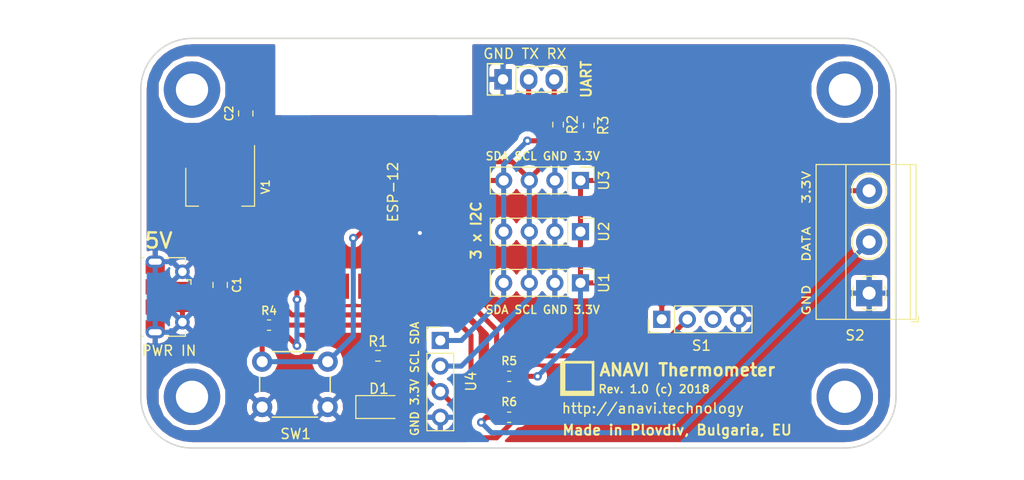
<source format=kicad_pcb>
(kicad_pcb (version 20211014) (generator pcbnew)
  (layers (0 "F.Cu" signal) (31 "B.Cu" signal) (34 "B.Paste" user) (35 "F.Paste" user) (36 "B.SilkS" user "B.Silkscreen") (37 "F.SilkS" user "F.Silkscreen") (38 "B.Mask" user) (39 "F.Mask" user) (44 "Edge.Cuts" user))
  (net 0 "")
  (net 1 "Net-(D1-Pad2)")
  (net 2 "GND")
  (net 3 "+3V3")
  (net 4 "Net-(ESP-12-Pad13)")
  (net 5 "Net-(ESP-12-Pad14)")
  (net 6 "Net-(ESP-12-Pad6)")
  (net 7 "Net-(ESP-12-Pad15)")
  (net 8 "Net-(ESP-12-Pad16)")
  (net 9 "Net-(ESP-12-Pad4)")
  (net 10 "Net-(ESP-12-Pad12)")
  (net 11 "+5V")
  (net 12 "Net-(ESP-12-Pad11)")
  (footprint "LED_SMD:LED_1206_3216Metric" (layer "F.Cu") (at 88.392 107.696)
    (fp_text reference "D1" (at 0 -1.82) (layer "F.SilkS"))
    (fp_text value "LED")
    (fp_line (start 1.6 -1.135) (end -2.285 -1.135) (layer "F.SilkS") (width 0.12))
    (fp_line (start -2.285 -1.135) (end -2.285 1.135) (layer "F.SilkS") (width 0.12))
    (fp_line (start -2.285 1.135) (end 1.6 1.135) (layer "F.SilkS") (width 0.12))
    (pad "1" smd roundrect locked (at -1.4 0) (size 1.25 1.75) (layers "F.Cu" "F.Paste" "F.Mask") (roundrect_rratio 0.2) (net 2 "GND"))
    (pad "2" smd roundrect locked (at 1.4 0) (size 1.25 1.75) (layers "F.Cu" "F.Paste" "F.Mask") (roundrect_rratio 0.2) (net 1 "Net-(D1-Pad2)"))
  )
  (footprint "Resistor_SMD:R_0603_1608Metric" (layer "F.Cu") (at 88.308 102.616)
    (fp_text reference "R1" (at 0 -1.43) (layer "F.SilkS"))
    (fp_text value "68R")
    (fp_line (start -0.237258 -0.5225) (end 0.237258 -0.5225) (layer "F.SilkS") (width 0.12))
    (fp_line (start -0.237258 0.5225) (end 0.237258 0.5225) (layer "F.SilkS") (width 0.12))
    (pad "1" smd roundrect locked (at -0.825 0) (size 0.8 0.95) (layers "F.Cu" "F.Paste" "F.Mask") (net 9 "Net-(ESP-12-Pad4)"))
    (pad "2" smd roundrect locked (at 0.825 0) (size 0.8 0.95) (layers "F.Cu" "F.Paste" "F.Mask") (net 1 "Net-(D1-Pad2)"))
  )
  (footprint "Buttons_Switches_ThroughHole:SW_PUSH_6mm_h4.3mm" (layer "F.Cu") (at 83.312 107.696 180)
    (fp_text reference "SW1" (at 3.175 -2.667) (layer "F.SilkS"))
    (fp_text value "SW_DIP_x01" hide)
    (fp_line (start 1 5.5) (end 5.5 5.5) (layer "F.SilkS") (width 0.15))
    (fp_line (start 6.75 3) (end 6.75 1.5) (layer "F.SilkS") (width 0.15))
    (fp_line (start 5.5 -1) (end 1 -1) (layer "F.SilkS") (width 0.15))
    (fp_line (start -0.25 1.5) (end -0.25 3) (layer "F.SilkS") (width 0.15))
    (pad "1" thru_hole circle locked (at 6.5 0 270) (size 2 2) (drill 1.1) (layers *.Cu *.Mask) (net 2 "GND"))
    (pad "1" thru_hole circle locked (at 0 0 270) (size 2 2) (drill 1.1) (layers *.Cu *.Mask) (net 2 "GND"))
    (pad "2" thru_hole circle locked (at 6.5 4.5 270) (size 2 2) (drill 1.1) (layers *.Cu *.Mask) (net 10 "Net-(ESP-12-Pad12)"))
    (pad "2" thru_hole circle locked (at 0 4.5 270) (size 2 2) (drill 1.1) (layers *.Cu *.Mask) (net 10 "Net-(ESP-12-Pad12)"))
  )
  (footprint "Mounting_Holes:MountingHole_3.2mm_M3_DIN965_Pad" (layer "F.Cu") (at 134.62 76.2)
    (fp_text reference "REF**" hide)
    (fp_text value "MountingHole_3.2mm_M3_DIN965_Pad" hide)
    (pad "2" thru_hole circle locked (at 0 0) (size 5.6 5.6) (drill 3.2) (layers *.Cu *.Mask))
  )
  (footprint "Mounting_Holes:MountingHole_3.2mm_M3_DIN965_Pad" (layer "F.Cu") (at 69.85 76.2)
    (fp_text reference "REF**" hide)
    (fp_text value "MountingHole_3.2mm_M3_DIN965_Pad" hide)
    (pad "1" thru_hole circle locked (at 0 0) (size 5.6 5.6) (drill 3.2) (layers *.Cu *.Mask))
  )
  (footprint "Mounting_Holes:MountingHole_3.2mm_M3_DIN965_Pad" (layer "F.Cu") (at 69.85 106.68)
    (fp_text reference "REF**" hide)
    (fp_text value "MountingHole_3.2mm_M3_DIN965_Pad" hide)
    (pad "4" thru_hole circle locked (at 0 0) (size 5.6 5.6) (drill 3.2) (layers *.Cu *.Mask))
  )
  (footprint "Mounting_Holes:MountingHole_3.2mm_M3_DIN965_Pad" (layer "F.Cu") (at 134.62 106.68)
    (fp_text reference "REF**" hide)
    (fp_text value "MountingHole_3.2mm_M3_DIN965_Pad" hide)
    (pad "3" thru_hole circle locked (at 0 0) (size 5.6 5.6) (drill 3.2) (layers *.Cu *.Mask))
  )
  (footprint "logo:anavi-logo" (layer "F.Cu") (at 108.077 104.902)
    (fp_text reference "G***" hide)
    (fp_text value "LOGO" hide)
    (fp_poly (pts (xy 1.693334 1.693334) (xy -1.693333 1.693334) (xy -1.693333 -1.524) (xy -1.185333 -1.524) (xy -1.185333 1.185334) (xy 1.439334 1.185334) (xy 1.439334 -1.524) (xy -1.185333 -1.524) (xy -1.693333 -1.524) (xy -1.693333 -1.778) (xy 1.693334 -1.778) (xy 1.693334 1.693334)) (layer "F.SilkS") (width 0.01) (fill solid))
  )
  (footprint "Capacitor_SMD:C_0805_2012Metric" (layer "F.Cu") (at 72.644 95.5825 -90)
    (fp_text reference "C1" (at 0 -1.65 -90) (layer "F.SilkS") (effects (font (size 0.8 0.8))))
    (fp_text value "10uF")
    (fp_line (start -0.258578 0.71) (end 0.258578 0.71) (layer "F.SilkS") (width 0.12))
    (fp_line (start -0.258578 -0.71) (end 0.258578 -0.71) (layer "F.SilkS") (width 0.12))
    (pad "1" smd roundrect locked (at -0.9375 0 270) (size 0.975 1.4) (layers "F.Cu" "F.Paste" "F.Mask") (net 11 "+5V"))
    (pad "2" smd roundrect locked (at 0.9375 0 270) (size 0.975 1.4) (layers "F.Cu" "F.Paste" "F.Mask") (net 2 "GND"))
  )
  (footprint "Resistor_SMD:R_0603_1608Metric" (layer "F.Cu") (at 77.4955 99.568)
    (fp_text reference "R4" (at 0 -1.43) (layer "F.SilkS") (effects (font (size 0.8 0.8))))
    (fp_text value "2K")
    (fp_line (start -0.162779 0.51) (end 0.162779 0.51) (layer "F.SilkS") (width 0.12))
    (fp_line (start -0.162779 -0.51) (end 0.162779 -0.51) (layer "F.SilkS") (width 0.12))
    (pad "1" smd roundrect locked (at -0.7875 0) (size 0.875 0.95) (layers "F.Cu" "F.Paste" "F.Mask") (net 10 "Net-(ESP-12-Pad12)"))
    (pad "2" smd roundrect locked (at 0.7875 0) (size 0.875 0.95) (layers "F.Cu" "F.Paste" "F.Mask") (net 3 "+3V3"))
  )
  (footprint "Resistor_SMD:R_0603_1608Metric" (layer "F.Cu") (at 101.3205 104.648 180)
    (fp_text reference "R5" (at 0 1.524 180) (layer "F.SilkS") (effects (font (size 0.8 0.8))))
    (fp_text value "10K")
    (fp_line (start -0.162779 0.51) (end 0.162779 0.51) (layer "F.SilkS") (width 0.12))
    (fp_line (start -0.162779 -0.51) (end 0.162779 -0.51) (layer "F.SilkS") (width 0.12))
    (pad "1" smd roundrect locked (at -0.7875 0 180) (size 0.875 0.95) (layers "F.Cu" "F.Paste" "F.Mask") (net 3 "+3V3"))
    (pad "2" smd roundrect locked (at 0.7875 0 180) (size 0.875 0.95) (layers "F.Cu" "F.Paste" "F.Mask") (net 12 "Net-(ESP-12-Pad11)"))
  )
  (footprint "Package_TO_SOT_SMD:SOT-223" (layer "F.Cu") (at 72.644 85.852 -90)
    (fp_text reference "V1" (at 0 -4.5 -90) (layer "F.SilkS") (effects (font (size 0.8 0.8))))
    (fp_text value "LD1117S33TR")
    (fp_line (start -4.1 -3.41) (end 1.91 -3.41) (layer "F.SilkS") (width 0.12))
    (fp_line (start -1.85 3.41) (end 1.91 3.41) (layer "F.SilkS") (width 0.12))
    (fp_line (start 1.91 -3.41) (end 1.91 -2.15) (layer "F.SilkS") (width 0.12))
    (fp_line (start 1.91 3.41) (end 1.91 2.15) (layer "F.SilkS") (width 0.12))
    (pad "1" smd rect locked (at -3.15 -2.3 270) (size 2 1.5) (layers "F.Cu" "F.Paste" "F.Mask") (net 2 "GND"))
    (pad "2" smd rect locked (at -3.15 0 270) (size 2 1.5) (layers "F.Cu" "F.Paste" "F.Mask") (net 3 "+3V3"))
    (pad "3" smd rect locked (at -3.15 2.3 270) (size 2 1.5) (layers "F.Cu" "F.Paste" "F.Mask") (net 11 "+5V"))
    (pad "4" smd rect locked (at 3.15 0 270) (size 2 3.8) (layers "F.Cu" "F.Paste" "F.Mask"))
  )
  (footprint "Resistor_SMD:R_0603_1608Metric" (layer "F.Cu") (at 101.3205 108.712 180)
    (fp_text reference "R6" (at 0 1.524 180) (layer "F.SilkS") (effects (font (size 0.8 0.8))))
    (fp_text value "4,7K")
    (fp_line (start -0.162779 0.51) (end 0.162779 0.51) (layer "F.SilkS") (width 0.12))
    (fp_line (start -0.162779 -0.51) (end 0.162779 -0.51) (layer "F.SilkS") (width 0.12))
    (pad "1" smd roundrect locked (at -0.7875 0 180) (size 0.875 0.95) (layers "F.Cu" "F.Paste" "F.Mask") (net 3 "+3V3"))
    (pad "2" smd roundrect locked (at 0.7875 0 180) (size 0.875 0.95) (layers "F.Cu" "F.Paste" "F.Mask") (net 6 "Net-(ESP-12-Pad6)"))
  )
  (footprint "TerminalBlock_Phoenix:TerminalBlock_Phoenix_MKDS-1,5-3-5.08_1x03_P5.08mm_Horizontal" (layer "F.Cu") (at 137.033 96.393 90)
    (fp_text reference "S2" (at -4.191 -1.397 180) (layer "F.SilkS"))
    (fp_text value "DS18B20")
    (fp_line (start 12.76 -5.261) (end 12.76 4.66) (layer "F.SilkS") (width 0.12))
    (fp_line (start -2.6 -5.261) (end 12.76 -5.261) (layer "F.SilkS") (width 0.12))
    (fp_line (start 8.933 1.023) (end 8.886 1.069) (layer "F.SilkS") (width 0.12))
    (fp_line (start 6.15 -1.275) (end 6.115 -1.239) (layer "F.SilkS") (width 0.12))
    (fp_line (start -2.6 -2.301) (end 12.76 -2.301) (layer "F.SilkS") (width 0.12))
    (fp_line (start -2.6 2.6) (end 12.76 2.6) (layer "F.SilkS") (width 0.12))
    (fp_line (start -2.6 4.66) (end 12.76 4.66) (layer "F.SilkS") (width 0.12))
    (fp_line (start -2.84 4.9) (end -2.34 4.9) (layer "F.SilkS") (width 0.12))
    (fp_line (start -2.84 4.16) (end -2.84 4.9) (layer "F.SilkS") (width 0.12))
    (fp_line (start 9.126 1.239) (end 9.091 1.274) (layer "F.SilkS") (width 0.12))
    (fp_line (start 6.355 -1.069) (end 6.308 -1.023) (layer "F.SilkS") (width 0.12))
    (fp_line (start 11.23 -1.275) (end 11.195 -1.239) (layer "F.SilkS") (width 0.12))
    (fp_line (start 4.046 1.239) (end 4.011 1.274) (layer "F.SilkS") (width 0.12))
    (fp_line (start -2.6 4.1) (end 12.76 4.1) (layer "F.SilkS") (width 0.12))
    (fp_line (start 3.853 1.023) (end 3.806 1.069) (layer "F.SilkS") (width 0.12))
    (fp_line (start -2.6 -5.261) (end -2.6 4.66) (layer "F.SilkS") (width 0.12))
    (fp_line (start 11.435 -1.069) (end 11.388 -1.023) (layer "F.SilkS") (width 0.12))
    (fp_arc (start -1.535427 0.683042) (mid -1.680501 -0.000524) (end -1.535 -0.684) (layer "F.SilkS") (width 0.12))
    (fp_arc (start -0.683042 -1.535427) (mid 0.000524 -1.680501) (end 0.684 -1.535) (layer "F.SilkS") (width 0.12))
    (fp_arc (start 0.028805 1.680253) (mid -0.335551 1.646659) (end -0.684 1.535) (layer "F.SilkS") (width 0.12))
    (fp_arc (start 1.535427 -0.683042) (mid 1.680501 0.000524) (end 1.535 0.684) (layer "F.SilkS") (width 0.12))
    (fp_arc (start 0.683318 1.534756) (mid 0.349292 1.643288) (end 0 1.68) (layer "F.SilkS") (width 0.12))
    (fp_circle (center 10.16 0) (end 11.84 0) (layer "F.SilkS") (width 0.12) (fill none))
    (fp_circle (center 5.08 0) (end 6.76 0) (layer "F.SilkS") (width 0.12) (fill none))
    (pad "1" thru_hole rect locked (at 0 0 90) (size 2.6 2.6) (drill 1.3) (layers *.Cu *.Mask) (net 2 "GND"))
    (pad "2" thru_hole circle locked (at 5.08 0 90) (size 2.6 2.6) (drill 1.3) (layers *.Cu *.Mask) (net 6 "Net-(ESP-12-Pad6)"))
    (pad "3" thru_hole circle locked (at 10.16 0 90) (size 2.6 2.6) (drill 1.3) (layers *.Cu *.Mask) (net 3 "+3V3"))
  )
  (footprint "Connector_PinHeader_2.54mm:PinHeader_1x04_P2.54mm_Vertical" (layer "F.Cu") (at 94.488 101.092)
    (fp_text reference "U4" (at 3.048 4.064 90) (layer "F.SilkS"))
    (fp_text value "Conn_01x04")
    (fp_line (start -1.33 1.27) (end -1.33 8.95) (layer "F.SilkS") (width 0.12))
    (fp_line (start -1.33 8.95) (end 1.33 8.95) (layer "F.SilkS") (width 0.12))
    (fp_line (start 1.33 1.27) (end 1.33 8.95) (layer "F.SilkS") (width 0.12))
    (fp_line (start -1.33 -1.33) (end 0 -1.33) (layer "F.SilkS") (width 0.12))
    (fp_line (start -1.33 1.27) (end 1.33 1.27) (layer "F.SilkS") (width 0.12))
    (fp_line (start -1.33 0) (end -1.33 -1.33) (layer "F.SilkS") (width 0.12))
    (pad "1" thru_hole rect locked (at 0 0) (size 1.7 1.7) (drill 1) (layers *.Cu *.Mask) (net 4 "Net-(ESP-12-Pad13)"))
    (pad "2" thru_hole oval locked (at 0 2.54) (size 1.7 1.7) (drill 1) (layers *.Cu *.Mask) (net 5 "Net-(ESP-12-Pad14)"))
    (pad "3" thru_hole oval locked (at 0 5.08) (size 1.7 1.7) (drill 1) (layers *.Cu *.Mask) (net 3 "+3V3"))
    (pad "4" thru_hole oval locked (at 0 7.62) (size 1.7 1.7) (drill 1) (layers *.Cu *.Mask) (net 2 "GND"))
  )
  (footprint "Connector_USB:USB_Micro-B_Molex-105017-0001" (layer "F.Cu") (at 67.437 96.774 -90)
    (fp_text reference "PWR IN" (at 5.334 -0.127) (layer "F.SilkS"))
    (fp_text value "USB_B_Micro")
    (fp_line (start -3.9 -1.7625) (end -3.45 -1.7625) (layer "F.SilkS") (width 0.12))
    (fp_line (start 3.9 0.0875) (end 3.9 -1.7625) (layer "F.SilkS") (width 0.12))
    (fp_line (start -1.7 -2.3125) (end -1.25 -2.3125) (layer "F.SilkS") (width 0.12))
    (fp_line (start 3.9 2.6375) (end 3.9 2.3875) (layer "F.SilkS") (width 0.12))
    (fp_line (start -3.9 2.6375) (end -3.9 2.3875) (layer "F.SilkS") (width 0.12))
    (fp_line (start 3.9 -1.7625) (end 3.45 -1.7625) (layer "F.SilkS") (width 0.12))
    (fp_line (start -1.7 -2.3125) (end -1.7 -1.8625) (layer "F.SilkS") (width 0.12))
    (fp_line (start -3.9 0.0875) (end -3.9 -1.7625) (layer "F.SilkS") (width 0.12))
    (pad "1" smd rect locked (at -1.3 -1.4625 270) (size 0.4 1.35) (layers "F.Cu" "F.Paste" "F.Mask") (net 11 "+5V"))
    (pad "2" smd rect locked (at -0.65 -1.4625 270) (size 0.4 1.35) (layers "F.Cu" "F.Paste" "F.Mask"))
    (pad "3" smd rect locked (at 0 -1.4625 270) (size 0.4 1.35) (layers "F.Cu" "F.Paste" "F.Mask"))
    (pad "4" smd rect locked (at 0.65 -1.4625 270) (size 0.4 1.35) (layers "F.Cu" "F.Paste" "F.Mask"))
    (pad "5" smd rect locked (at 1.3 -1.4625 270) (size 0.4 1.35) (layers "F.Cu" "F.Paste" "F.Mask") (net 2 "GND"))
    (pad "6" smd rect locked (at -2.9 1.2375 270) (size 1.2 1.9) (layers "F.Cu" "F.Mask") (net 2 "GND"))
    (pad "6" smd rect locked (at 1 1.2375 270) (size 1.5 1.9) (layers "F.Cu" "F.Paste" "F.Mask") (net 2 "GND"))
    (pad "6" thru_hole oval locked (at 3.5 1.2375 270) (size 1.2 1.9) (drill oval 0.6 1.3) (layers *.Cu *.Mask) (net 2 "GND"))
    (pad "6" smd rect locked (at -1 1.2375 270) (size 1.5 1.9) (layers "F.Cu" "F.Paste" "F.Mask") (net 2 "GND"))
    (pad "6" thru_hole oval locked (at -3.5 1.2375 90) (size 1.2 1.9) (drill oval 0.6 1.3) (layers *.Cu *.Mask) (net 2 "GND"))
    (pad "6" smd rect locked (at 2.9 1.2375 270) (size 1.2 1.9) (layers "F.Cu" "F.Mask") (net 2 "GND"))
    (pad "6" thru_hole circle locked (at -2.5 -1.4625 270) (size 1.45 1.45) (drill 0.85) (layers *.Cu *.Mask) (net 2 "GND"))
    (pad "6" thru_hole circle locked (at 2.5 -1.4625 270) (size 1.45 1.45) (drill 0.85) (layers *.Cu *.Mask) (net 2 "GND"))
  )
  (footprint "Capacitor_SMD:C_0805_2012Metric" (layer "F.Cu") (at 75.184 78.5645 90)
    (fp_text reference "C2" (at 0 -1.65 90) (layer "F.SilkS") (effects (font (size 0.8 0.8))))
    (fp_text value "10uF")
    (fp_line (start -0.258578 0.71) (end 0.258578 0.71) (layer "F.SilkS") (width 0.12))
    (fp_line (start -0.258578 -0.71) (end 0.258578 -0.71) (layer "F.SilkS") (width 0.12))
    (pad "1" smd roundrect locked (at -0.9375 0 90) (size 0.975 1.4) (layers "F.Cu" "F.Paste" "F.Mask") (net 3 "+3V3"))
    (pad "2" smd roundrect locked (at 0.9375 0 90) (size 0.975 1.4) (layers "F.Cu" "F.Paste" "F.Mask") (net 2 "GND"))
  )
  (footprint "ESP8266:ESP-12E_SMD" (layer "F.Cu") (at 80.899 80.01)
    (fp_text reference "ESP-12" (at 8.89 6.35 90) (layer "F.SilkS"))
    (fp_text value "ESP-12E" hide)
    (pad "1" smd rect locked (at 0 0) (size 2.5 1.1) (drill (offset -0.7 0)) (layers "F.Cu" "F.Paste" "F.Mask"))
    (pad "2" smd rect locked (at 0 2) (size 2.5 1.1) (drill (offset -0.7 0)) (layers "F.Cu" "F.Paste" "F.Mask"))
    (pad "3" smd rect locked (at 0 4) (size 2.5 1.1) (drill (offset -0.7 0)) (layers "F.Cu" "F.Paste" "F.Mask") (net 3 "+3V3"))
    (pad "4" smd rect locked (at 0 6) (size 2.5 1.1) (drill (offset -0.7 0)) (layers "F.Cu" "F.Paste" "F.Mask") (net 9 "Net-(ESP-12-Pad4)"))
    (pad "5" smd rect locked (at 0 8) (size 2.5 1.1) (drill (offset -0.7 0)) (layers "F.Cu" "F.Paste" "F.Mask"))
    (pad "6" smd rect locked (at 0 10) (size 2.5 1.1) (drill (offset -0.7 0)) (layers "F.Cu" "F.Paste" "F.Mask") (net 6 "Net-(ESP-12-Pad6)"))
    (pad "7" smd rect locked (at 0 12) (size 2.5 1.1) (drill (offset -0.7 0)) (layers "F.Cu" "F.Paste" "F.Mask"))
    (pad "8" smd rect locked (at 0 14) (size 2.5 1.1) (drill (offset -0.7 0)) (layers "F.Cu" "F.Paste" "F.Mask") (net 3 "+3V3"))
    (pad "9" smd rect locked (at 14 14) (size 2.5 1.1) (drill (offset 0.7 0)) (layers "F.Cu" "F.Paste" "F.Mask") (net 2 "GND"))
    (pad "10" smd rect locked (at 14 12) (size 2.5 1.1) (drill (offset 0.7 0)) (layers "F.Cu" "F.Paste" "F.Mask") (net 2 "GND"))
    (pad "11" smd rect locked (at 14 10) (size 2.5 1.1) (drill (offset 0.7 0)) (layers "F.Cu" "F.Paste" "F.Mask") (net 12 "Net-(ESP-12-Pad11)"))
    (pad "12" smd rect locked (at 14 8) (size 2.5 1.1) (drill (offset 0.7 0)) (layers "F.Cu" "F.Paste" "F.Mask") (net 10 "Net-(ESP-12-Pad12)"))
    (pad "13" smd rect locked (at 14 6) (size 2.5 1.1) (drill (offset 0.7 0)) (layers "F.Cu" "F.Paste" "F.Mask") (net 4 "Net-(ESP-12-Pad13)"))
    (pad "14" smd rect locked (at 14 4) (size 2.5 1.1) (drill (offset 0.7 0)) (layers "F.Cu" "F.Paste" "F.Mask") (net 5 "Net-(ESP-12-Pad14)"))
    (pad "15" smd rect locked (at 14 2) (size 2.5 1.1) (drill (offset 0.7 0)) (layers "F.Cu" "F.Paste" "F.Mask") (net 7 "Net-(ESP-12-Pad15)"))
    (pad "16" smd rect locked (at 14 0) (size 2.5 1.1) (drill (offset 0.7 0)) (layers "F.Cu" "F.Paste" "F.Mask") (net 8 "Net-(ESP-12-Pad16)"))
    (pad "17" smd rect locked (at 1.99 15 90) (size 2.5 1.1) (drill (offset -0.7 0)) (layers "F.Cu" "F.Paste" "F.Mask"))
    (pad "18" smd rect locked (at 3.99 15 90) (size 2.5 1.1) (drill (offset -0.7 0)) (layers "F.Cu" "F.Paste" "F.Mask"))
    (pad "19" smd rect locked (at 5.99 15 90) (size 2.5 1.1) (drill (offset -0.7 0)) (layers "F.Cu" "F.Paste" "F.Mask"))
    (pad "20" smd rect locked (at 7.99 15 90) (size 2.5 1.1) (drill (offset -0.7 0)) (layers "F.Cu" "F.Paste" "F.Mask"))
    (pad "21" smd rect locked (at 9.99 15 90) (size 2.5 1.1) (drill (offset -0.7 0)) (layers "F.Cu" "F.Paste" "F.Mask"))
    (pad "22" smd rect locked (at 11.99 15 90) (size 2.5 1.1) (drill (offset -0.7 0)) (layers "F.Cu" "F.Paste" "F.Mask"))
  )
  (footprint "Resistor_SMD:R_0603_1608Metric" (layer "F.Cu") (at 109.22 79.756 -90)
    (fp_text reference "R3" (at 0 -1.43 -90) (layer "F.SilkS"))
    (fp_text value "4,7K")
    (fp_line (start -0.237258 0.5225) (end 0.237258 0.5225) (layer "F.SilkS") (width 0.12))
    (fp_line (start -0.237258 -0.5225) (end 0.237258 -0.5225) (layer "F.SilkS") (width 0.12))
    (pad "1" smd roundrect locked (at -0.825 0 270) (size 0.8 0.95) (layers "F.Cu" "F.Paste" "F.Mask") (net 3 "+3V3"))
    (pad "2" smd roundrect locked (at 0.825 0 270) (size 0.8 0.95) (layers "F.Cu" "F.Paste" "F.Mask") (net 5 "Net-(ESP-12-Pad14)"))
  )
  (footprint "Connector_PinHeader_2.54mm:PinHeader_1x04_P2.54mm_Vertical" (layer "F.Cu") (at 108.3945 90.297 -90)
    (fp_text reference "U2" (at 0 -2.33 -90) (layer "F.SilkS"))
    (fp_text value "I2C_SENS_1")
    (fp_line (start -1.33 8.95) (end 1.33 8.95) (layer "F.SilkS") (width 0.12))
    (fp_line (start -1.33 1.27) (end -1.33 8.95) (layer "F.SilkS") (width 0.12))
    (fp_line (start -1.33 0) (end -1.33 -1.33) (layer "F.SilkS") (width 0.12))
    (fp_line (start -1.33 -1.33) (end 0 -1.33) (layer "F.SilkS") (width 0.12))
    (fp_line (start -1.33 1.27) (end 1.33 1.27) (layer "F.SilkS") (width 0.12))
    (fp_line (start 1.33 1.27) (end 1.33 8.95) (layer "F.SilkS") (width 0.12))
    (pad "1" thru_hole rect locked (at 0 0 270) (size 1.7 1.7) (drill 1) (layers *.Cu *.Mask) (net 3 "+3V3"))
    (pad "2" thru_hole oval locked (at 0 2.54 270) (size 1.7 1.7) (drill 1) (layers *.Cu *.Mask) (net 2 "GND"))
    (pad "3" thru_hole oval locked (at 0 5.08 270) (size 1.7 1.7) (drill 1) (layers *.Cu *.Mask) (net 5 "Net-(ESP-12-Pad14)"))
    (pad "4" thru_hole oval locked (at 0 7.62 270) (size 1.7 1.7) (drill 1) (layers *.Cu *.Mask) (net 4 "Net-(ESP-12-Pad13)"))
  )
  (footprint "Resistor_SMD:R_0603_1608Metric" (layer "F.Cu") (at 106.172 79.672 -90)
    (fp_text reference "R2" (at 0 -1.43 -90) (layer "F.SilkS"))
    (fp_text value "4,7K")
    (fp_line (start -0.237258 -0.5225) (end 0.237258 -0.5225) (layer "F.SilkS") (width 0.12))
    (fp_line (start -0.237258 0.5225) (end 0.237258 0.5225) (layer "F.SilkS") (width 0.12))
    (pad "1" smd roundrect locked (at -0.825 0 270) (size 0.8 0.95) (layers "F.Cu" "F.Paste" "F.Mask") (net 3 "+3V3"))
    (pad "2" smd roundrect locked (at 0.825 0 270) (size 0.8 0.95) (layers "F.Cu" "F.Paste" "F.Mask") (net 4 "Net-(ESP-12-Pad13)"))
  )
  (footprint "Connector_PinHeader_2.54mm:PinHeader_1x04_P2.54mm_Vertical" (layer "F.Cu") (at 108.3945 95.377 -90)
    (fp_text reference "U1" (at 0 -2.33 -90) (layer "F.SilkS"))
    (fp_text value "I2C_SENS_1")
    (fp_line (start -1.33 1.27) (end 1.33 1.27) (layer "F.SilkS") (width 0.12))
    (fp_line (start -1.33 1.27) (end -1.33 8.95) (layer "F.SilkS") (width 0.12))
    (fp_line (start -1.33 8.95) (end 1.33 8.95) (layer "F.SilkS") (width 0.12))
    (fp_line (start -1.33 0) (end -1.33 -1.33) (layer "F.SilkS") (width 0.12))
    (fp_line (start 1.33 1.27) (end 1.33 8.95) (layer "F.SilkS") (width 0.12))
    (fp_line (start -1.33 -1.33) (end 0 -1.33) (layer "F.SilkS") (width 0.12))
    (pad "1" thru_hole rect locked (at 0 0 270) (size 1.7 1.7) (drill 1) (layers *.Cu *.Mask) (net 3 "+3V3"))
    (pad "2" thru_hole oval locked (at 0 2.54 270) (size 1.7 1.7) (drill 1) (layers *.Cu *.Mask) (net 2 "GND"))
    (pad "3" thru_hole oval locked (at 0 5.08 270) (size 1.7 1.7) (drill 1) (layers *.Cu *.Mask) (net 5 "Net-(ESP-12-Pad14)"))
    (pad "4" thru_hole oval locked (at 0 7.62 270) (size 1.7 1.7) (drill 1) (layers *.Cu *.Mask) (net 4 "Net-(ESP-12-Pad13)"))
  )
  (footprint "Connector_PinHeader_2.54mm:PinHeader_1x04_P2.54mm_Vertical" (layer "F.Cu") (at 108.3945 85.217 -90)
    (fp_text reference "U3" (at 0 -2.33 -90) (layer "F.SilkS"))
    (fp_text value "I2C_SENS_1")
    (fp_line (start -1.33 1.27) (end 1.33 1.27) (layer "F.SilkS") (width 0.12))
    (fp_line (start -1.33 -1.33) (end 0 -1.33) (layer "F.SilkS") (width 0.12))
    (fp_line (start -1.33 8.95) (end 1.33 8.95) (layer "F.SilkS") (width 0.12))
    (fp_line (start -1.33 0) (end -1.33 -1.33) (layer "F.SilkS") (width 0.12))
    (fp_line (start 1.33 1.27) (end 1.33 8.95) (layer "F.SilkS") (width 0.12))
    (fp_line (start -1.33 1.27) (end -1.33 8.95) (layer "F.SilkS") (width 0.12))
    (pad "1" thru_hole rect locked (at 0 0 270) (size 1.7 1.7) (drill 1) (layers *.Cu *.Mask) (net 3 "+3V3"))
    (pad "2" thru_hole oval locked (at 0 2.54 270) (size 1.7 1.7) (drill 1) (layers *.Cu *.Mask) (net 2 "GND"))
    (pad "3" thru_hole oval locked (at 0 5.08 270) (size 1.7 1.7) (drill 1) (layers *.Cu *.Mask) (net 5 "Net-(ESP-12-Pad14)"))
    (pad "4" thru_hole oval locked (at 0 7.62 270) (size 1.7 1.7) (drill 1) (layers *.Cu *.Mask) (net 4 "Net-(ESP-12-Pad13)"))
  )
  (footprint "Pin_Headers:Pin_Header_Straight_1x03" (layer "F.Cu") (at 100.711 75.184 90)
    (fp_text reference "P1" hide)
    (fp_text value "CONN_01X03" hide)
    (fp_line (start -1.27 6.35) (end 1.27 6.35) (layer "F.SilkS") (width 0.15))
    (fp_line (start -1.55 -1.55) (end 1.55 -1.55) (layer "F.SilkS") (width 0.15))
    (fp_line (start -1.27 1.27) (end -1.27 6.35) (layer "F.SilkS") (width 0.15))
    (fp_line (start 1.27 1.27) (end -1.27 1.27) (layer "F.SilkS") (width 0.15))
    (fp_line (start -1.55 0) (end -1.55 -1.55) (layer "F.SilkS") (width 0.15))
    (fp_line (start 1.55 -1.55) (end 1.55 0) (layer "F.SilkS") (width 0.15))
    (fp_line (start 1.27 6.35) (end 1.27 1.27) (layer "F.SilkS") (width 0.15))
    (pad "1" thru_hole rect locked (at 0 0 90) (size 2.032 1.7272) (drill 1.016) (layers *.Cu *.Mask) (net 2 "GND"))
    (pad "2" thru_hole oval locked (at 0 2.54 90) (size 2.032 1.7272) (drill 1.016) (layers *.Cu *.Mask) (net 8 "Net-(ESP-12-Pad16)"))
    (pad "3" thru_hole oval locked (at 0 5.08 90) (size 2.032 1.7272) (drill 1.016) (layers *.Cu *.Mask) (net 7 "Net-(ESP-12-Pad15)"))
  )
  (footprint "Connector_PinHeader_2.54mm:PinHeader_1x04_P2.54mm_Vertical" (layer "F.Cu") (at 116.459 98.9965 90)
    (fp_text reference "S1" (at -2.6035 3.937 180) (layer "F.SilkS"))
    (fp_text value "DHT11")
    (fp_line (start -1.33 1.27) (end -1.33 8.95) (layer "F.SilkS") (width 0.12))
    (fp_line (start 1.33 1.27) (end 1.33 8.95) (layer "F.SilkS") (width 0.12))
    (fp_line (start -1.33 0) (end -1.33 -1.33) (layer "F.SilkS") (width 0.12))
    (fp_line (start -1.33 8.95) (end 1.33 8.95) (layer "F.SilkS") (width 0.12))
    (fp_line (start -1.33 1.27) (end 1.33 1.27) (layer "F.SilkS") (width 0.12))
    (fp_line (start -1.33 -1.33) (end 0 -1.33) (layer "F.SilkS") (width 0.12))
    (pad "1" thru_hole rect locked (at 0 0 90) (size 1.7 1.7) (drill 1) (layers *.Cu *.Mask) (net 3 "+3V3"))
    (pad "2" thru_hole oval locked (at 0 2.54 90) (size 1.7 1.7) (drill 1) (layers *.Cu *.Mask) (net 12 "Net-(ESP-12-Pad11)"))
    (pad "3" thru_hole oval locked (at 0 5.08 90) (size 1.7 1.7) (drill 1) (layers *.Cu *.Mask))
    (pad "4" thru_hole oval locked (at 0 7.62 90) (size 1.7 1.7) (drill 1) (layers *.Cu *.Mask) (net 2 "GND"))
  )
  (gr_line (start 69.85 71.12) (end 134.62 71.12) (layer "Edge.Cuts") (width 0.15))
  (gr_line (start 64.77 106.68) (end 64.77 76.2) (layer "Edge.Cuts") (width 0.15))
  (gr_arc (start 64.77 76.2) (mid 66.257898 72.607898) (end 69.85 71.12) (layer "Edge.Cuts") (width 0.15))
  (gr_arc (start 69.85 111.76) (mid 66.257898 110.272102) (end 64.77 106.68) (layer "Edge.Cuts") (width 0.15))
  (gr_line (start 139.7 106.68) (end 139.7 76.2) (layer "Edge.Cuts") (width 0.15))
  (gr_arc (start 134.62 71.12) (mid 138.212102 72.607898) (end 139.7 76.2) (layer "Edge.Cuts") (width 0.15))
  (gr_arc (start 139.7 106.68) (mid 138.212102 110.272102) (end 134.62 111.76) (layer "Edge.Cuts") (width 0.15))
  (gr_line (start 69.85 111.76) (end 134.62 111.76) (layer "Edge.Cuts") (width 0.15))
  (gr_text "ANAVI Thermometer" (at 118.999 104.013) (layer "F.SilkS") (effects (font (size 1.2 1.2) (thickness 0.25))))
  (gr_text "Rev. 1.0 (c) 2018" (at 115.697 105.918) (layer "F.SilkS") (effects (font (size 0.8 0.8))))
  (gr_text "http://anavi.technology" (at 115.57 107.823) (layer "F.SilkS") (effects (font (size 1 1))))
  (gr_text "Made in Plovdiv, Bulgaria, EU" (at 117.983 109.982) (layer "F.SilkS") (effects (font (size 1 1) (thickness 0.2))))
  (gr_text "UART" (at 108.966 75.184 90) (layer "F.SilkS") (effects (font (size 1 1) (thickness 0.2))))
  (gr_text "SDA SCL GND 3.3V" (at 104.648 82.804) (layer "F.SilkS") (effects (font (size 0.8 0.8))))
  (gr_text "SDA SCL GND 3.3V" (at 104.648 98.044) (layer "F.SilkS") (effects (font (size 0.8 0.8))))
  (gr_text "GND 3.3V SCL SDA" (at 91.948 104.902 90) (layer "F.SilkS") (effects (font (size 0.8 0.8))))
  (gr_text "GND   DATA   3.3V" (at 130.81 91.44 90) (layer "F.SilkS") (effects (font (size 0.8 1))))
  (gr_text "3 x I2C" (at 98.044 90.17 90) (layer "F.SilkS") (effects (font (size 1 1) (thickness 0.2))))
  (gr_text "GND TX RX" (at 102.87 72.644) (layer "F.SilkS") (effects (font (size 1 1))))
  (gr_text "5V" (at 66.548 91.186) (layer "F.SilkS") (effects (font (size 1.5 1.5) (thickness 0.25))))
  (segment (start 89.81186 107.696) (end 89.81186 103.01986) (width 0.5) (layer "F.Cu") (net 1))
  (segment (start 89.81186 103.01986) (end 89.408 102.616) (width 0.5) (layer "F.Cu") (net 1))
  (segment (start 93.026 92.01) (end 94.899 92.01) (width 0.5) (layer "F.Cu") (net 2))
  (segment (start 68.8995 99.274) (end 68.8995 98.128001) (width 0.5) (layer "F.Cu") (net 2))
  (segment (start 92.456 90.424) (end 92.456 91.44) (width 0.5) (layer "F.Cu") (net 2))
  (segment (start 92.456 91.44) (end 93.026 92.01) (width 0.5) (layer "F.Cu") (net 2))
  (via (at 92.456 90.424) (size 0.85) (drill 0.4) (layers "F.Cu" "B.Cu") (net 2))
  (segment (start 100.711 75.184) (end 100.711 76.7) (width 0.5) (layer "B.Cu") (net 2))
  (segment (start 100.711 76.7) (end 92.456 84.955) (width 0.5) (layer "B.Cu") (net 2))
  (segment (start 92.456 84.955) (end 92.456 90.424) (width 0.5) (layer "B.Cu") (net 2))
  (segment (start 108.288 85.1105) (end 108.3945 85.217) (width 0.5) (layer "F.Cu") (net 3))
  (segment (start 77.216 82.804) (end 77.216 81.534) (width 0.5) (layer "F.Cu") (net 3))
  (segment (start 77.216 81.534) (end 75.184 79.502) (width 0.5) (layer "F.Cu") (net 3))
  (segment (start 72.644 82.702) (end 72.644 82.042) (width 0.5) (layer "F.Cu") (net 3))
  (segment (start 100.076 110.744) (end 102.108 108.712) (width 0.5) (layer "F.Cu") (net 3))
  (segment (start 98.044 110.744) (end 100.076 110.744) (width 0.5) (layer "F.Cu") (net 3))
  (segment (start 108.3945 95.377) (end 114.1895 95.377) (width 0.5) (layer "F.Cu") (net 3))
  (segment (start 109.22 78.806) (end 109.22 78.656) (width 0.5) (layer "F.Cu") (net 3))
  (segment (start 97.028 108.712) (end 97.028 109.728) (width 0.5) (layer "F.Cu") (net 3))
  (segment (start 80.899 94.01) (end 83.312 91.597) (width 0.5) (layer "F.Cu") (net 3))
  (segment (start 80.264 94.645) (end 80.899 94.01) (width 0.5) (layer "F.Cu") (net 3))
  (segment (start 102.108 108.712) (end 102.108 104.648) (width 0.5) (layer "F.Cu") (net 3))
  (segment (start 72.644 82.042) (end 75.184 79.502) (width 0.5) (layer "F.Cu") (net 3))
  (segment (start 80.264 97.028) (end 80.264 94.645) (width 0.5) (layer "F.Cu") (net 3))
  (segment (start 127.8725 86.233) (end 135.194523 86.233) (width 0.5) (layer "F.Cu") (net 3))
  (segment (start 114.1895 95.377) (end 116.459 97.6465) (width 0.5) (layer "F.Cu") (net 3))
  (segment (start 83.312 91.597) (end 83.312 86.423) (width 0.5) (layer "F.Cu") (net 3))
  (segment (start 135.194523 86.233) (end 137.033 86.233) (width 0.5) (layer "F.Cu") (net 3))
  (segment (start 108.3945 85.217) (end 110.363 85.217) (width 0.5) (layer "F.Cu") (net 3))
  (segment (start 78.283 99.568) (end 89.916 99.568) (width 0.5) (layer "F.Cu") (net 3))
  (segment (start 111.252 84.328) (end 111.252 80.838) (width 0.5) (layer "F.Cu") (net 3))
  (segment (start 74.384 79.502) (end 75.184 79.502) (width 0.5) (layer "F.Cu") (net 3))
  (segment (start 104.14 104.648) (end 102.108 104.648) (width 0.5) (layer "F.Cu") (net 3))
  (segment (start 91.948 101.6) (end 91.948 103.632) (width 0.5) (layer "F.Cu") (net 3))
  (segment (start 108.3945 90.297) (end 108.3945 91.813) (width 0.5) (layer "F.Cu") (net 3))
  (segment (start 108.3945 86.733) (end 108.3945 90.297) (width 0.5) (layer "F.Cu") (net 3))
  (segment (start 106.172 78.572) (end 109.136 78.572) (width 0.5) (layer "F.Cu") (net 3))
  (segment (start 108.3945 95.5294) (end 108.3945 95.377) (width 0.5) (layer "F.Cu") (net 3))
  (segment (start 91.948 103.632) (end 94.488 106.172) (width 0.5) (layer "F.Cu") (net 3))
  (segment (start 108.3945 85.217) (end 108.3945 86.733) (width 0.5) (layer "F.Cu") (net 3))
  (segment (start 97.028 109.728) (end 98.044 110.744) (width 0.5) (layer "F.Cu") (net 3))
  (segment (start 116.459 97.6465) (end 127.8725 86.233) (width 0.5) (layer "F.Cu") (net 3))
  (segment (start 83.312 86.423) (end 80.899 84.01) (width 0.5) (layer "F.Cu") (net 3))
  (segment (start 78.422 84.01) (end 77.216 82.804) (width 0.5) (layer "F.Cu") (net 3))
  (segment (start 94.488 106.172) (end 97.028 108.712) (width 0.5) (layer "F.Cu") (net 3))
  (segment (start 80.899 84.01) (end 78.422 84.01) (width 0.5) (layer "F.Cu") (net 3))
  (segment (start 108.3945 91.813) (end 108.3945 95.377) (width 0.5) (layer "F.Cu") (net 3))
  (segment (start 116.459 97.6465) (end 116.459 98.9965) (width 0.5) (layer "F.Cu") (net 3))
  (segment (start 78.283 99.568) (end 78.283 99.619) (width 0.5) (layer "F.Cu") (net 3))
  (segment (start 111.252 80.838) (end 109.22 78.806) (width 0.5) (layer "F.Cu") (net 3))
  (segment (start 89.916 99.568) (end 91.948 101.6) (width 0.5) (layer "F.Cu") (net 3))
  (segment (start 110.363 85.217) (end 111.252 84.328) (width 0.5) (layer "F.Cu") (net 3))
  (segment (start 109.136 78.572) (end 109.22 78.656) (width 0.5) (layer "F.Cu") (net 3))
  (segment (start 78.283 99.619) (end 80.264 101.6) (width 0.5) (layer "F.Cu") (net 3))
  (via (at 104.14 104.648) (size 0.85) (drill 0.4) (layers "F.Cu" "B.Cu") (net 3))
  (via (at 80.264 101.6) (size 0.85) (drill 0.4) (layers "F.Cu" "B.Cu") (net 3))
  (via (at 80.264 97.028) (size 0.85) (drill 0.4) (layers "F.Cu" "B.Cu") (net 3))
  (segment (start 80.264 101.6) (end 80.264 97.028) (width 0.5) (layer "B.Cu") (net 3))
  (segment (start 108.3945 95.377) (end 108.3945 100.3935) (width 0.5) (layer "B.Cu") (net 3))
  (segment (start 108.3945 100.3935) (end 104.14 104.648) (width 0.5) (layer "B.Cu") (net 3))
  (segment (start 100.754 85.1965) (end 100.7745 85.217) (width 0.5) (layer "F.Cu") (net 4))
  (segment (start 100.5635 95.969) (end 100.7745 95.758) (width 0.5) (layer "F.Cu") (net 4))
  (segment (start 95.692 85.217) (end 100.7745 85.217) (width 0.5) (layer "F.Cu") (net 4))
  (segment (start 105.664 81.28) (end 106.172 80.772) (width 0.5) (layer "F.Cu") (net 4))
  (segment (start 103.124 81.28) (end 105.664 81.28) (width 0.5) (layer "F.Cu") (net 4))
  (segment (start 94.899 86.01) (end 95.692 85.217) (width 0.5) (layer "F.Cu") (net 4))
  (via (at 103.124 81.28) (size 0.85) (drill 0.4) (layers "F.Cu" "B.Cu") (net 4))
  (segment (start 100.7745 86.733) (end 100.7745 90.297) (width 0.5) (layer "B.Cu") (net 4))
  (segment (start 100.7745 83.6295) (end 103.124 81.28) (width 0.5) (layer "B.Cu") (net 4))
  (segment (start 95.838 101.092) (end 94.488 101.092) (width 0.5) (layer "B.Cu") (net 4))
  (segment (start 100.7745 91.813) (end 100.7745 95.377) (width 0.5) (layer "B.Cu") (net 4))
  (segment (start 100.7745 95.377) (end 100.7745 96.893) (width 0.5) (layer "B.Cu") (net 4))
  (segment (start 100.7745 85.217) (end 100.7745 86.733) (width 0.5) (layer "B.Cu") (net 4))
  (segment (start 100.7745 90.297) (end 100.7745 91.813) (width 0.5) (layer "B.Cu") (net 4))
  (segment (start 100.7745 96.893) (end 96.5755 101.092) (width 0.5) (layer "B.Cu") (net 4))
  (segment (start 96.5755 101.092) (end 95.838 101.092) (width 0.5) (layer "B.Cu") (net 4))
  (segment (start 100.7745 85.217) (end 100.7745 83.6295) (width 0.5) (layer "B.Cu") (net 4))
  (segment (start 103.3145 85.0646) (end 101.6 83.3501) (width 0.5) (layer "F.Cu") (net 5))
  (segment (start 106.4231 81.956) (end 103.3145 85.0646) (width 0.5) (layer "F.Cu") (net 5))
  (segment (start 95.5589 83.3501) (end 94.899 84.01) (width 0.5) (layer "F.Cu") (net 5))
  (segment (start 101.6 83.3501) (end 95.5589 83.3501) (width 0.5) (layer "F.Cu") (net 5))
  (segment (start 108.27 81.956) (end 106.4231 81.956) (width 0.5) (layer "F.Cu") (net 5))
  (segment (start 109.22 81.006) (end 108.27 81.956) (width 0.5) (layer "F.Cu") (net 5))
  (segment (start 109.22 80.856) (end 109.22 81.006) (width 0.5) (layer "F.Cu") (net 5))
  (segment (start 103.3145 85.0646) (end 103.3145 85.217) (width 0.5) (layer "F.Cu") (net 5))
  (segment (start 103.3145 96.893) (end 96.5755 103.632) (width 0.5) (layer "B.Cu") (net 5))
  (segment (start 103.3145 90.297) (end 103.3145 91.813) (width 0.5) (layer "B.Cu") (net 5))
  (segment (start 95.690081 103.632) (end 94.488 103.632) (width 0.5) (layer "B.Cu") (net 5))
  (segment (start 103.3145 91.813) (end 103.3145 95.377) (width 0.5) (layer "B.Cu") (net 5))
  (segment (start 103.3145 85.217) (end 103.3145 86.733) (width 0.5) (layer "B.Cu") (net 5))
  (segment (start 96.5755 103.632) (end 95.690081 103.632) (width 0.5) (layer "B.Cu") (net 5))
  (segment (start 103.3145 95.377) (end 103.3145 96.893) (width 0.5) (layer "B.Cu") (net 5))
  (segment (start 103.3145 86.733) (end 103.3145 90.297) (width 0.5) (layer "B.Cu") (net 5))
  (segment (start 97.536 100.584) (end 97.536 105.715) (width 0.5) (layer "F.Cu") (net 6))
  (segment (start 77.216 96.012) (end 79.756 98.552) (width 0.5) (layer "F.Cu") (net 6))
  (segment (start 99.06 108.712) (end 98.552 109.22) (width 0.5) (layer "F.Cu") (net 6))
  (segment (start 95.504 98.552) (end 97.536 100.584) (width 0.5) (layer "F.Cu") (net 6))
  (segment (start 80.899 90.01) (end 78.646 90.01) (width 0.5) (layer "F.Cu") (net 6))
  (segment (start 97.536 105.715) (end 100.533 108.712) (width 0.5) (layer "F.Cu") (net 6))
  (segment (start 77.216 91.44) (end 77.216 96.012) (width 0.5) (layer "F.Cu") (net 6))
  (segment (start 78.646 90.01) (end 77.216 91.44) (width 0.5) (layer "F.Cu") (net 6))
  (segment (start 79.756 98.552) (end 95.504 98.552) (width 0.5) (layer "F.Cu") (net 6))
  (segment (start 100.533 108.712) (end 99.06 108.712) (width 0.5) (layer "F.Cu") (net 6))
  (via (at 98.552 109.22) (size 0.85) (drill 0.4) (layers "F.Cu" "B.Cu") (net 6))
  (segment (start 118.11 110.236) (end 137.033 91.313) (width 0.5) (layer "B.Cu") (net 6))
  (segment (start 99.568 110.236) (end 118.11 110.236) (width 0.5) (layer "B.Cu") (net 6))
  (segment (start 98.552 109.22) (end 99.568 110.236) (width 0.5) (layer "B.Cu") (net 6))
  (segment (start 105.791 75.184) (end 105.791 76.7) (width 0.5) (layer "F.Cu") (net 7))
  (segment (start 100.481 82.01) (end 94.899 82.01) (width 0.5) (layer "F.Cu") (net 7))
  (segment (start 105.791 76.7) (end 100.481 82.01) (width 0.5) (layer "F.Cu") (net 7))
  (segment (start 99.941 80.01) (end 94.899 80.01) (width 0.5) (layer "F.Cu") (net 8))
  (segment (start 103.251 76.7) (end 99.941 80.01) (width 0.5) (layer "F.Cu") (net 8))
  (segment (start 103.251 75.184) (end 103.251 76.7) (width 0.5) (layer "F.Cu") (net 8))
  (segment (start 80.899 86.01) (end 79.491798 86.01) (width 0.5) (layer "F.Cu") (net 9))
  (segment (start 85.852 105.156) (end 87.208 103.8) (width 0.5) (layer "F.Cu") (net 9))
  (segment (start 79.491798 86.01) (end 75.692 89.809798) (width 0.5) (layer "F.Cu") (net 9))
  (segment (start 75.692 89.809798) (end 75.692 97.536) (width 0.5) (layer "F.Cu") (net 9))
  (segment (start 73.66 104.14) (end 74.676 105.156) (width 0.5) (layer "F.Cu") (net 9))
  (segment (start 87.208 103.8) (end 87.208 102.616) (width 0.5) (layer "F.Cu") (net 9))
  (segment (start 73.66 99.568) (end 73.66 104.14) (width 0.5) (layer "F.Cu") (net 9))
  (segment (start 74.676 105.156) (end 85.852 105.156) (width 0.5) (layer "F.Cu") (net 9))
  (segment (start 75.692 97.536) (end 73.66 99.568) (width 0.5) (layer "F.Cu") (net 9))
  (segment (start 76.812 99.672) (end 76.708 99.568) (width 0.5) (layer "F.Cu") (net 10))
  (segment (start 94.899 88.01) (end 88.9998 88.01) (width 0.5) (layer "F.Cu") (net 10))
  (segment (start 86.0778 90.932) (end 85.852 90.932) (width 0.5) (layer "F.Cu") (net 10))
  (segment (start 88.9998 88.01) (end 86.0778 90.932) (width 0.5) (layer "F.Cu") (net 10))
  (segment (start 76.812 103.196) (end 76.812 99.672) (width 0.5) (layer "F.Cu") (net 10))
  (via (at 85.852 90.932) (size 0.85) (drill 0.4) (layers "F.Cu" "B.Cu") (net 10))
  (via (at 83.312 103.196) (size 0.85) (drill 0.4) (layers "F.Cu" "B.Cu") (net 10))
  (segment (start 85.852 100.656) (end 83.312 103.196) (width 0.5) (layer "B.Cu") (net 10))
  (segment (start 85.852 90.932) (end 85.852 100.656) (width 0.5) (layer "B.Cu") (net 10))
  (segment (start 78.226213 103.196) (end 83.312 103.196) (width 0.5) (layer "B.Cu") (net 10))
  (segment (start 76.812 103.196) (end 78.226213 103.196) (width 0.5) (layer "B.Cu") (net 10))
  (segment (start 68.8995 95.474) (end 69.3745 95.474) (width 0.254) (layer "F.Cu") (net 11))
  (segment (start 68.072 90.073) (end 72.644 94.645) (width 0.5) (layer "F.Cu") (net 11))
  (segment (start 68.072 85.224) (end 68.072 90.073) (width 0.5) (layer "F.Cu") (net 11))
  (segment (start 69.3745 95.474) (end 69.4045 95.504) (width 0.254) (layer "F.Cu") (net 11))
  (segment (start 70.344 82.952) (end 68.072 85.224) (width 0.5) (layer "F.Cu") (net 11))
  (segment (start 71.815 95.474) (end 72.644 94.645) (width 0.254) (layer "F.Cu") (net 11))
  (segment (start 70.344 82.702) (end 70.344 82.952) (width 0.5) (layer "F.Cu") (net 11))
  (segment (start 68.8995 95.474) (end 71.815 95.474) (width 0.254) (layer "F.Cu") (net 11))
  (segment (start 100.533 104.648) (end 102.565 102.616) (width 0.5) (layer "F.Cu") (net 12))
  (segment (start 98.044 91.747798) (end 96.306202 90.01) (width 0.5) (layer "F.Cu") (net 12))
  (segment (start 100.071388 100.071388) (end 98.044 98.044) (width 0.5) (layer "F.Cu") (net 12))
  (segment (start 115.3795 102.616) (end 118.149001 99.846499) (width 0.5) (layer "F.Cu") (net 12))
  (segment (start 98.044 98.044) (end 98.044 91.747798) (width 0.5) (layer "F.Cu") (net 12))
  (segment (start 100.533 104.648) (end 100.071388 104.186388) (width 0.5) (layer "F.Cu") (net 12))
  (segment (start 102.565 102.616) (end 115.3795 102.616) (width 0.5) (layer "F.Cu") (net 12))
  (segment (start 100.071388 104.186388) (end 100.071388 100.071388) (width 0.5) (layer "F.Cu") (net 12))
  (segment (start 96.306202 90.01) (end 94.899 90.01) (width 0.5) (layer "F.Cu") (net 12))
  (segment (start 118.149001 99.846499) (end 118.999 98.9965) (width 0.5) (layer "F.Cu") (net 12))
  (zone (net 0) (net_name "") (layer "F.Cu") (connect_pads (clearance 0)) (min_thickness 0.254)
    (keepout (tracks not_allowed) (vias not_allowed) (pads allowed) (copperpour not_allowed) (footprints allowed))
    (fill (thermal_gap 0.508) (thermal_bridge_width 0.508))
    (polygon (pts (xy 97.663 78.74) (xy 78.105 78.74) (xy 78.105 70.866) (xy 97.663 70.866)))
  )
  (zone (net 2) (net_name "GND") (layer "F.Cu") (connect_pads (clearance 0.508)) (min_thickness 0.254) (fill yes (thermal_gap 0.508) (thermal_bridge_width 0.508))
    (polygon (pts (xy 152.4 114.935) (xy 50.8 114.935) (xy 50.8 67.31) (xy 152.4 67.31)))
  )
  (zone (net 0) (net_name "") (layer "B.Cu") (connect_pads (clearance 0)) (min_thickness 0.254)
    (keepout (tracks not_allowed) (vias not_allowed) (pads allowed) (copperpour not_allowed) (footprints allowed))
    (fill (thermal_gap 0.508) (thermal_bridge_width 0.508))
    (polygon (pts (xy 97.663 78.74) (xy 78.105 78.74) (xy 78.105 70.866) (xy 97.663 70.866)))
  )
  (zone (net 2) (net_name "GND") (layer "B.Cu") (connect_pads (clearance 0.508)) (min_thickness 0.254) (fill yes (thermal_gap 0.508) (thermal_bridge_width 0.508))
    (polygon (pts (xy 152.4 114.935) (xy 50.8 114.935) (xy 50.8 67.31) (xy 152.4 67.31)))
  )
)
</source>
